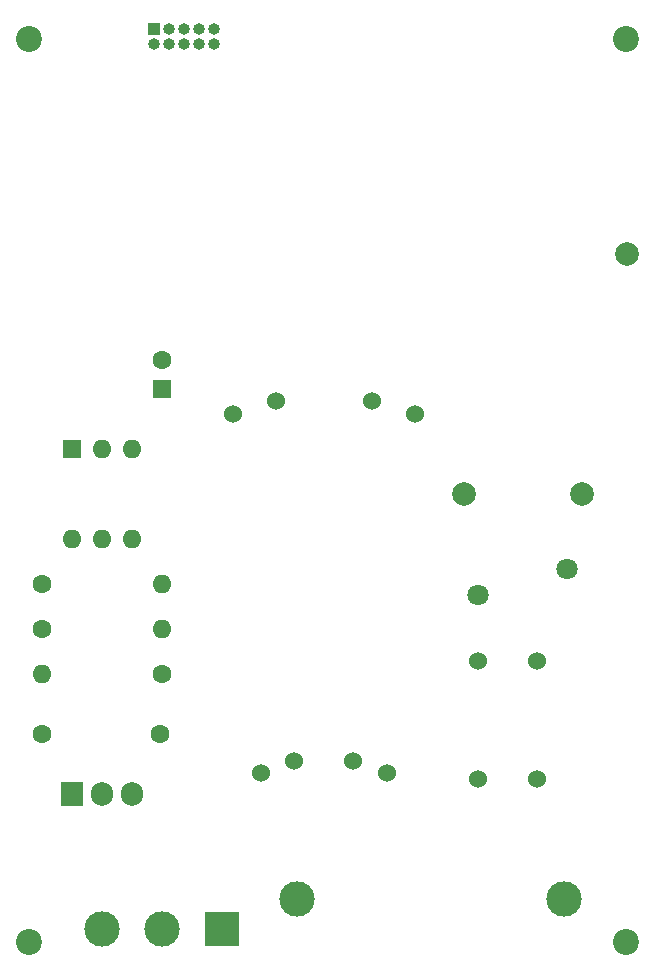
<source format=gbr>
%TF.GenerationSoftware,KiCad,Pcbnew,7.0.9*%
%TF.CreationDate,2023-12-31T17:17:44+01:00*%
%TF.ProjectId,power_switch,706f7765-725f-4737-9769-7463682e6b69,rev?*%
%TF.SameCoordinates,Original*%
%TF.FileFunction,Soldermask,Bot*%
%TF.FilePolarity,Negative*%
%FSLAX46Y46*%
G04 Gerber Fmt 4.6, Leading zero omitted, Abs format (unit mm)*
G04 Created by KiCad (PCBNEW 7.0.9) date 2023-12-31 17:17:44*
%MOMM*%
%LPD*%
G01*
G04 APERTURE LIST*
%ADD10C,2.200000*%
%ADD11R,1.905000X2.000000*%
%ADD12O,1.905000X2.000000*%
%ADD13C,1.800000*%
%ADD14C,1.600000*%
%ADD15O,1.600000X1.600000*%
%ADD16C,2.000000*%
%ADD17R,1.000000X1.000000*%
%ADD18O,1.000000X1.000000*%
%ADD19C,3.000000*%
%ADD20R,1.600000X1.600000*%
%ADD21R,3.000000X3.000000*%
%ADD22C,1.524000*%
G04 APERTURE END LIST*
D10*
%TO.C,H1*%
X103000000Y-32600000D03*
%TD*%
%TO.C,H4*%
X103000000Y-109000000D03*
%TD*%
%TO.C,H3*%
X153600000Y-109000000D03*
%TD*%
%TO.C,H2*%
X153600000Y-32600000D03*
%TD*%
D11*
%TO.C,Q1*%
X106680000Y-96520000D03*
D12*
X109220000Y-96520000D03*
X111760000Y-96520000D03*
%TD*%
D13*
%TO.C,RV1*%
X148590000Y-77470000D03*
X141090000Y-79670000D03*
%TD*%
D14*
%TO.C,R2*%
X114300000Y-86360000D03*
D15*
X104140000Y-86360000D03*
%TD*%
D16*
%TO.C,AE1*%
X153670000Y-50800000D03*
%TD*%
D17*
%TO.C,J2*%
X113655000Y-31760000D03*
D18*
X113655000Y-33030000D03*
X114925000Y-31760000D03*
X114925000Y-33030000D03*
X116195000Y-31760000D03*
X116195000Y-33030000D03*
X117465000Y-31760000D03*
X117465000Y-33030000D03*
X118735000Y-31760000D03*
X118735000Y-33030000D03*
%TD*%
D14*
%TO.C,R4*%
X104140000Y-82550000D03*
D15*
X114300000Y-82550000D03*
%TD*%
D14*
%TO.C,C5*%
X114140000Y-91440000D03*
X104140000Y-91440000D03*
%TD*%
D19*
%TO.C,F1*%
X125730000Y-105410000D03*
X148330000Y-105410000D03*
%TD*%
D20*
%TO.C,C2*%
X114300000Y-62230000D03*
D14*
X114300000Y-59730000D03*
%TD*%
%TO.C,R3*%
X104140000Y-78740000D03*
D15*
X114300000Y-78740000D03*
%TD*%
D21*
%TO.C,J1*%
X119380000Y-107950000D03*
D19*
X114300000Y-107950000D03*
X109220000Y-107950000D03*
%TD*%
D20*
%TO.C,U2*%
X106670000Y-67320000D03*
D15*
X109210000Y-67320000D03*
X111750000Y-67320000D03*
X111750000Y-74940000D03*
X109210000Y-74940000D03*
X106670000Y-74940000D03*
%TD*%
D16*
%TO.C,C1*%
X149860000Y-71120000D03*
X139860000Y-71120000D03*
%TD*%
D22*
%TO.C,PS1*%
X133350000Y-94750000D03*
X130500000Y-93700000D03*
X122650000Y-94750000D03*
X125500000Y-93700000D03*
X135700000Y-64300000D03*
X132050000Y-63250000D03*
X120300000Y-64300000D03*
X123950000Y-63250000D03*
%TD*%
%TO.C,FL1*%
X141050000Y-95250000D03*
X146050000Y-95250000D03*
X146050000Y-85250000D03*
X141050000Y-85250000D03*
%TD*%
M02*

</source>
